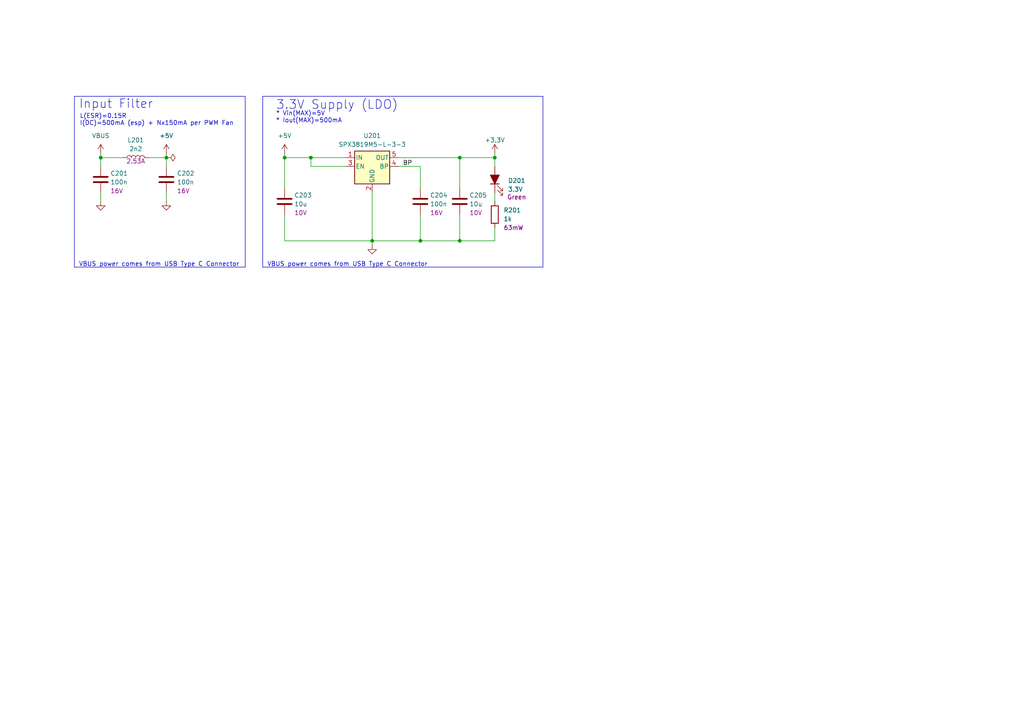
<source format=kicad_sch>
(kicad_sch
	(version 20250114)
	(generator "eeschema")
	(generator_version "9.0")
	(uuid "79a19d85-fdd7-420e-8a86-efb4f71025fa")
	(paper "A4")
	(title_block
		(title "Radiator Booster")
		(date "2025-03-08")
		(rev "0.2")
		(company "LP")
	)
	(lib_symbols
		(symbol "Device:C"
			(pin_numbers
				(hide yes)
			)
			(pin_names
				(offset 0.254)
			)
			(exclude_from_sim no)
			(in_bom yes)
			(on_board yes)
			(property "Reference" "C"
				(at 0.635 2.54 0)
				(effects
					(font
						(size 1.27 1.27)
					)
					(justify left)
				)
			)
			(property "Value" "C"
				(at 0.635 -2.54 0)
				(effects
					(font
						(size 1.27 1.27)
					)
					(justify left)
				)
			)
			(property "Footprint" ""
				(at 0.9652 -3.81 0)
				(effects
					(font
						(size 1.27 1.27)
					)
					(hide yes)
				)
			)
			(property "Datasheet" "~"
				(at 0 0 0)
				(effects
					(font
						(size 1.27 1.27)
					)
					(hide yes)
				)
			)
			(property "Description" "Unpolarized capacitor"
				(at 0 0 0)
				(effects
					(font
						(size 1.27 1.27)
					)
					(hide yes)
				)
			)
			(property "ki_keywords" "cap capacitor"
				(at 0 0 0)
				(effects
					(font
						(size 1.27 1.27)
					)
					(hide yes)
				)
			)
			(property "ki_fp_filters" "C_*"
				(at 0 0 0)
				(effects
					(font
						(size 1.27 1.27)
					)
					(hide yes)
				)
			)
			(symbol "C_0_1"
				(polyline
					(pts
						(xy -2.032 0.762) (xy 2.032 0.762)
					)
					(stroke
						(width 0.508)
						(type default)
					)
					(fill
						(type none)
					)
				)
				(polyline
					(pts
						(xy -2.032 -0.762) (xy 2.032 -0.762)
					)
					(stroke
						(width 0.508)
						(type default)
					)
					(fill
						(type none)
					)
				)
			)
			(symbol "C_1_1"
				(pin passive line
					(at 0 3.81 270)
					(length 2.794)
					(name "~"
						(effects
							(font
								(size 1.27 1.27)
							)
						)
					)
					(number "1"
						(effects
							(font
								(size 1.27 1.27)
							)
						)
					)
				)
				(pin passive line
					(at 0 -3.81 90)
					(length 2.794)
					(name "~"
						(effects
							(font
								(size 1.27 1.27)
							)
						)
					)
					(number "2"
						(effects
							(font
								(size 1.27 1.27)
							)
						)
					)
				)
			)
			(embedded_fonts no)
		)
		(symbol "Device:L"
			(pin_numbers
				(hide yes)
			)
			(pin_names
				(offset 1.016)
				(hide yes)
			)
			(exclude_from_sim no)
			(in_bom yes)
			(on_board yes)
			(property "Reference" "L"
				(at -1.27 0 90)
				(effects
					(font
						(size 1.27 1.27)
					)
				)
			)
			(property "Value" "L"
				(at 1.905 0 90)
				(effects
					(font
						(size 1.27 1.27)
					)
				)
			)
			(property "Footprint" ""
				(at 0 0 0)
				(effects
					(font
						(size 1.27 1.27)
					)
					(hide yes)
				)
			)
			(property "Datasheet" "~"
				(at 0 0 0)
				(effects
					(font
						(size 1.27 1.27)
					)
					(hide yes)
				)
			)
			(property "Description" "Inductor"
				(at 0 0 0)
				(effects
					(font
						(size 1.27 1.27)
					)
					(hide yes)
				)
			)
			(property "ki_keywords" "inductor choke coil reactor magnetic"
				(at 0 0 0)
				(effects
					(font
						(size 1.27 1.27)
					)
					(hide yes)
				)
			)
			(property "ki_fp_filters" "Choke_* *Coil* Inductor_* L_*"
				(at 0 0 0)
				(effects
					(font
						(size 1.27 1.27)
					)
					(hide yes)
				)
			)
			(symbol "L_0_1"
				(arc
					(start 0 2.54)
					(mid 0.6323 1.905)
					(end 0 1.27)
					(stroke
						(width 0)
						(type default)
					)
					(fill
						(type none)
					)
				)
				(arc
					(start 0 1.27)
					(mid 0.6323 0.635)
					(end 0 0)
					(stroke
						(width 0)
						(type default)
					)
					(fill
						(type none)
					)
				)
				(arc
					(start 0 0)
					(mid 0.6323 -0.635)
					(end 0 -1.27)
					(stroke
						(width 0)
						(type default)
					)
					(fill
						(type none)
					)
				)
				(arc
					(start 0 -1.27)
					(mid 0.6323 -1.905)
					(end 0 -2.54)
					(stroke
						(width 0)
						(type default)
					)
					(fill
						(type none)
					)
				)
			)
			(symbol "L_1_1"
				(pin passive line
					(at 0 3.81 270)
					(length 1.27)
					(name "1"
						(effects
							(font
								(size 1.27 1.27)
							)
						)
					)
					(number "1"
						(effects
							(font
								(size 1.27 1.27)
							)
						)
					)
				)
				(pin passive line
					(at 0 -3.81 90)
					(length 1.27)
					(name "2"
						(effects
							(font
								(size 1.27 1.27)
							)
						)
					)
					(number "2"
						(effects
							(font
								(size 1.27 1.27)
							)
						)
					)
				)
			)
			(embedded_fonts no)
		)
		(symbol "Device:LED_Filled"
			(pin_numbers
				(hide yes)
			)
			(pin_names
				(offset 1.016)
				(hide yes)
			)
			(exclude_from_sim no)
			(in_bom yes)
			(on_board yes)
			(property "Reference" "D"
				(at 0 2.54 0)
				(effects
					(font
						(size 1.27 1.27)
					)
				)
			)
			(property "Value" "LED_Filled"
				(at 0 -2.54 0)
				(effects
					(font
						(size 1.27 1.27)
					)
				)
			)
			(property "Footprint" ""
				(at 0 0 0)
				(effects
					(font
						(size 1.27 1.27)
					)
					(hide yes)
				)
			)
			(property "Datasheet" "~"
				(at 0 0 0)
				(effects
					(font
						(size 1.27 1.27)
					)
					(hide yes)
				)
			)
			(property "Description" "Light emitting diode, filled shape"
				(at 0 0 0)
				(effects
					(font
						(size 1.27 1.27)
					)
					(hide yes)
				)
			)
			(property "ki_keywords" "LED diode"
				(at 0 0 0)
				(effects
					(font
						(size 1.27 1.27)
					)
					(hide yes)
				)
			)
			(property "ki_fp_filters" "LED* LED_SMD:* LED_THT:*"
				(at 0 0 0)
				(effects
					(font
						(size 1.27 1.27)
					)
					(hide yes)
				)
			)
			(symbol "LED_Filled_0_1"
				(polyline
					(pts
						(xy -3.048 -0.762) (xy -4.572 -2.286) (xy -3.81 -2.286) (xy -4.572 -2.286) (xy -4.572 -1.524)
					)
					(stroke
						(width 0)
						(type default)
					)
					(fill
						(type none)
					)
				)
				(polyline
					(pts
						(xy -1.778 -0.762) (xy -3.302 -2.286) (xy -2.54 -2.286) (xy -3.302 -2.286) (xy -3.302 -1.524)
					)
					(stroke
						(width 0)
						(type default)
					)
					(fill
						(type none)
					)
				)
				(polyline
					(pts
						(xy -1.27 0) (xy 1.27 0)
					)
					(stroke
						(width 0)
						(type default)
					)
					(fill
						(type none)
					)
				)
				(polyline
					(pts
						(xy -1.27 -1.27) (xy -1.27 1.27)
					)
					(stroke
						(width 0.254)
						(type default)
					)
					(fill
						(type none)
					)
				)
				(polyline
					(pts
						(xy 1.27 -1.27) (xy 1.27 1.27) (xy -1.27 0) (xy 1.27 -1.27)
					)
					(stroke
						(width 0.254)
						(type default)
					)
					(fill
						(type outline)
					)
				)
			)
			(symbol "LED_Filled_1_1"
				(pin passive line
					(at -3.81 0 0)
					(length 2.54)
					(name "K"
						(effects
							(font
								(size 1.27 1.27)
							)
						)
					)
					(number "1"
						(effects
							(font
								(size 1.27 1.27)
							)
						)
					)
				)
				(pin passive line
					(at 3.81 0 180)
					(length 2.54)
					(name "A"
						(effects
							(font
								(size 1.27 1.27)
							)
						)
					)
					(number "2"
						(effects
							(font
								(size 1.27 1.27)
							)
						)
					)
				)
			)
			(embedded_fonts no)
		)
		(symbol "Device:R"
			(pin_numbers
				(hide yes)
			)
			(pin_names
				(offset 0)
			)
			(exclude_from_sim no)
			(in_bom yes)
			(on_board yes)
			(property "Reference" "R"
				(at 2.032 0 90)
				(effects
					(font
						(size 1.27 1.27)
					)
				)
			)
			(property "Value" "R"
				(at 0 0 90)
				(effects
					(font
						(size 1.27 1.27)
					)
				)
			)
			(property "Footprint" ""
				(at -1.778 0 90)
				(effects
					(font
						(size 1.27 1.27)
					)
					(hide yes)
				)
			)
			(property "Datasheet" "~"
				(at 0 0 0)
				(effects
					(font
						(size 1.27 1.27)
					)
					(hide yes)
				)
			)
			(property "Description" "Resistor"
				(at 0 0 0)
				(effects
					(font
						(size 1.27 1.27)
					)
					(hide yes)
				)
			)
			(property "ki_keywords" "R res resistor"
				(at 0 0 0)
				(effects
					(font
						(size 1.27 1.27)
					)
					(hide yes)
				)
			)
			(property "ki_fp_filters" "R_*"
				(at 0 0 0)
				(effects
					(font
						(size 1.27 1.27)
					)
					(hide yes)
				)
			)
			(symbol "R_0_1"
				(rectangle
					(start -1.016 -2.54)
					(end 1.016 2.54)
					(stroke
						(width 0.254)
						(type default)
					)
					(fill
						(type none)
					)
				)
			)
			(symbol "R_1_1"
				(pin passive line
					(at 0 3.81 270)
					(length 1.27)
					(name "~"
						(effects
							(font
								(size 1.27 1.27)
							)
						)
					)
					(number "1"
						(effects
							(font
								(size 1.27 1.27)
							)
						)
					)
				)
				(pin passive line
					(at 0 -3.81 90)
					(length 1.27)
					(name "~"
						(effects
							(font
								(size 1.27 1.27)
							)
						)
					)
					(number "2"
						(effects
							(font
								(size 1.27 1.27)
							)
						)
					)
				)
			)
			(embedded_fonts no)
		)
		(symbol "Regulator_Linear:SPX3819M5-L-3-3"
			(pin_names
				(offset 0.254)
			)
			(exclude_from_sim no)
			(in_bom yes)
			(on_board yes)
			(property "Reference" "U"
				(at -3.81 5.715 0)
				(effects
					(font
						(size 1.27 1.27)
					)
				)
			)
			(property "Value" "SPX3819M5-L-3-3"
				(at 0 5.715 0)
				(effects
					(font
						(size 1.27 1.27)
					)
					(justify left)
				)
			)
			(property "Footprint" "Package_TO_SOT_SMD:SOT-23-5"
				(at 0 8.255 0)
				(effects
					(font
						(size 1.27 1.27)
					)
					(hide yes)
				)
			)
			(property "Datasheet" "https://www.exar.com/content/document.ashx?id=22106&languageid=1033&type=Datasheet&partnumber=SPX3819&filename=SPX3819.pdf&part=SPX3819"
				(at 0 0 0)
				(effects
					(font
						(size 1.27 1.27)
					)
					(hide yes)
				)
			)
			(property "Description" "500mA Low drop-out regulator, Fixed Output 3.3V, SOT-23-5"
				(at 0 0 0)
				(effects
					(font
						(size 1.27 1.27)
					)
					(hide yes)
				)
			)
			(property "ki_keywords" "REGULATOR LDO 3.3V"
				(at 0 0 0)
				(effects
					(font
						(size 1.27 1.27)
					)
					(hide yes)
				)
			)
			(property "ki_fp_filters" "SOT?23*"
				(at 0 0 0)
				(effects
					(font
						(size 1.27 1.27)
					)
					(hide yes)
				)
			)
			(symbol "SPX3819M5-L-3-3_0_1"
				(rectangle
					(start -5.08 4.445)
					(end 5.08 -5.08)
					(stroke
						(width 0.254)
						(type default)
					)
					(fill
						(type background)
					)
				)
			)
			(symbol "SPX3819M5-L-3-3_1_1"
				(pin power_in line
					(at -7.62 2.54 0)
					(length 2.54)
					(name "IN"
						(effects
							(font
								(size 1.27 1.27)
							)
						)
					)
					(number "1"
						(effects
							(font
								(size 1.27 1.27)
							)
						)
					)
				)
				(pin input line
					(at -7.62 0 0)
					(length 2.54)
					(name "EN"
						(effects
							(font
								(size 1.27 1.27)
							)
						)
					)
					(number "3"
						(effects
							(font
								(size 1.27 1.27)
							)
						)
					)
				)
				(pin power_in line
					(at 0 -7.62 90)
					(length 2.54)
					(name "GND"
						(effects
							(font
								(size 1.27 1.27)
							)
						)
					)
					(number "2"
						(effects
							(font
								(size 1.27 1.27)
							)
						)
					)
				)
				(pin power_out line
					(at 7.62 2.54 180)
					(length 2.54)
					(name "OUT"
						(effects
							(font
								(size 1.27 1.27)
							)
						)
					)
					(number "5"
						(effects
							(font
								(size 1.27 1.27)
							)
						)
					)
				)
				(pin input line
					(at 7.62 0 180)
					(length 2.54)
					(name "BP"
						(effects
							(font
								(size 1.27 1.27)
							)
						)
					)
					(number "4"
						(effects
							(font
								(size 1.27 1.27)
							)
						)
					)
				)
			)
			(embedded_fonts no)
		)
		(symbol "power:+3.3V"
			(power)
			(pin_numbers
				(hide yes)
			)
			(pin_names
				(offset 0)
				(hide yes)
			)
			(exclude_from_sim no)
			(in_bom yes)
			(on_board yes)
			(property "Reference" "#PWR"
				(at 0 -3.81 0)
				(effects
					(font
						(size 1.27 1.27)
					)
					(hide yes)
				)
			)
			(property "Value" "+3.3V"
				(at 0 3.556 0)
				(effects
					(font
						(size 1.27 1.27)
					)
				)
			)
			(property "Footprint" ""
				(at 0 0 0)
				(effects
					(font
						(size 1.27 1.27)
					)
					(hide yes)
				)
			)
			(property "Datasheet" ""
				(at 0 0 0)
				(effects
					(font
						(size 1.27 1.27)
					)
					(hide yes)
				)
			)
			(property "Description" "Power symbol creates a global label with name \"+3.3V\""
				(at 0 0 0)
				(effects
					(font
						(size 1.27 1.27)
					)
					(hide yes)
				)
			)
			(property "ki_keywords" "global power"
				(at 0 0 0)
				(effects
					(font
						(size 1.27 1.27)
					)
					(hide yes)
				)
			)
			(symbol "+3.3V_0_1"
				(polyline
					(pts
						(xy -0.762 1.27) (xy 0 2.54)
					)
					(stroke
						(width 0)
						(type default)
					)
					(fill
						(type none)
					)
				)
				(polyline
					(pts
						(xy 0 2.54) (xy 0.762 1.27)
					)
					(stroke
						(width 0)
						(type default)
					)
					(fill
						(type none)
					)
				)
				(polyline
					(pts
						(xy 0 0) (xy 0 2.54)
					)
					(stroke
						(width 0)
						(type default)
					)
					(fill
						(type none)
					)
				)
			)
			(symbol "+3.3V_1_1"
				(pin power_in line
					(at 0 0 90)
					(length 0)
					(name "~"
						(effects
							(font
								(size 1.27 1.27)
							)
						)
					)
					(number "1"
						(effects
							(font
								(size 1.27 1.27)
							)
						)
					)
				)
			)
			(embedded_fonts no)
		)
		(symbol "power:+5V"
			(power)
			(pin_numbers
				(hide yes)
			)
			(pin_names
				(offset 0)
				(hide yes)
			)
			(exclude_from_sim no)
			(in_bom yes)
			(on_board yes)
			(property "Reference" "#PWR"
				(at 0 -3.81 0)
				(effects
					(font
						(size 1.27 1.27)
					)
					(hide yes)
				)
			)
			(property "Value" "+5V"
				(at 0 3.556 0)
				(effects
					(font
						(size 1.27 1.27)
					)
				)
			)
			(property "Footprint" ""
				(at 0 0 0)
				(effects
					(font
						(size 1.27 1.27)
					)
					(hide yes)
				)
			)
			(property "Datasheet" ""
				(at 0 0 0)
				(effects
					(font
						(size 1.27 1.27)
					)
					(hide yes)
				)
			)
			(property "Description" "Power symbol creates a global label with name \"+5V\""
				(at 0 0 0)
				(effects
					(font
						(size 1.27 1.27)
					)
					(hide yes)
				)
			)
			(property "ki_keywords" "global power"
				(at 0 0 0)
				(effects
					(font
						(size 1.27 1.27)
					)
					(hide yes)
				)
			)
			(symbol "+5V_0_1"
				(polyline
					(pts
						(xy -0.762 1.27) (xy 0 2.54)
					)
					(stroke
						(width 0)
						(type default)
					)
					(fill
						(type none)
					)
				)
				(polyline
					(pts
						(xy 0 2.54) (xy 0.762 1.27)
					)
					(stroke
						(width 0)
						(type default)
					)
					(fill
						(type none)
					)
				)
				(polyline
					(pts
						(xy 0 0) (xy 0 2.54)
					)
					(stroke
						(width 0)
						(type default)
					)
					(fill
						(type none)
					)
				)
			)
			(symbol "+5V_1_1"
				(pin power_in line
					(at 0 0 90)
					(length 0)
					(name "~"
						(effects
							(font
								(size 1.27 1.27)
							)
						)
					)
					(number "1"
						(effects
							(font
								(size 1.27 1.27)
							)
						)
					)
				)
			)
			(embedded_fonts no)
		)
		(symbol "power:GND"
			(power)
			(pin_numbers
				(hide yes)
			)
			(pin_names
				(offset 0)
				(hide yes)
			)
			(exclude_from_sim no)
			(in_bom yes)
			(on_board yes)
			(property "Reference" "#PWR"
				(at 0 -6.35 0)
				(effects
					(font
						(size 1.27 1.27)
					)
					(hide yes)
				)
			)
			(property "Value" "GND"
				(at 0 -3.81 0)
				(effects
					(font
						(size 1.27 1.27)
					)
				)
			)
			(property "Footprint" ""
				(at 0 0 0)
				(effects
					(font
						(size 1.27 1.27)
					)
					(hide yes)
				)
			)
			(property "Datasheet" ""
				(at 0 0 0)
				(effects
					(font
						(size 1.27 1.27)
					)
					(hide yes)
				)
			)
			(property "Description" "Power symbol creates a global label with name \"GND\" , ground"
				(at 0 0 0)
				(effects
					(font
						(size 1.27 1.27)
					)
					(hide yes)
				)
			)
			(property "ki_keywords" "global power"
				(at 0 0 0)
				(effects
					(font
						(size 1.27 1.27)
					)
					(hide yes)
				)
			)
			(symbol "GND_0_1"
				(polyline
					(pts
						(xy 0 0) (xy 0 -1.27) (xy 1.27 -1.27) (xy 0 -2.54) (xy -1.27 -1.27) (xy 0 -1.27)
					)
					(stroke
						(width 0)
						(type default)
					)
					(fill
						(type none)
					)
				)
			)
			(symbol "GND_1_1"
				(pin power_in line
					(at 0 0 270)
					(length 0)
					(name "~"
						(effects
							(font
								(size 1.27 1.27)
							)
						)
					)
					(number "1"
						(effects
							(font
								(size 1.27 1.27)
							)
						)
					)
				)
			)
			(embedded_fonts no)
		)
		(symbol "power:PWR_FLAG"
			(power)
			(pin_numbers
				(hide yes)
			)
			(pin_names
				(offset 0)
				(hide yes)
			)
			(exclude_from_sim no)
			(in_bom yes)
			(on_board yes)
			(property "Reference" "#FLG"
				(at 0 1.905 0)
				(effects
					(font
						(size 1.27 1.27)
					)
					(hide yes)
				)
			)
			(property "Value" "PWR_FLAG"
				(at 0 3.81 0)
				(effects
					(font
						(size 1.27 1.27)
					)
				)
			)
			(property "Footprint" ""
				(at 0 0 0)
				(effects
					(font
						(size 1.27 1.27)
					)
					(hide yes)
				)
			)
			(property "Datasheet" "~"
				(at 0 0 0)
				(effects
					(font
						(size 1.27 1.27)
					)
					(hide yes)
				)
			)
			(property "Description" "Special symbol for telling ERC where power comes from"
				(at 0 0 0)
				(effects
					(font
						(size 1.27 1.27)
					)
					(hide yes)
				)
			)
			(property "ki_keywords" "flag power"
				(at 0 0 0)
				(effects
					(font
						(size 1.27 1.27)
					)
					(hide yes)
				)
			)
			(symbol "PWR_FLAG_0_0"
				(pin power_out line
					(at 0 0 90)
					(length 0)
					(name "~"
						(effects
							(font
								(size 1.27 1.27)
							)
						)
					)
					(number "1"
						(effects
							(font
								(size 1.27 1.27)
							)
						)
					)
				)
			)
			(symbol "PWR_FLAG_0_1"
				(polyline
					(pts
						(xy 0 0) (xy 0 1.27) (xy -1.016 1.905) (xy 0 2.54) (xy 1.016 1.905) (xy 0 1.27)
					)
					(stroke
						(width 0)
						(type default)
					)
					(fill
						(type none)
					)
				)
			)
			(embedded_fonts no)
		)
		(symbol "power:VBUS"
			(power)
			(pin_numbers
				(hide yes)
			)
			(pin_names
				(offset 0)
				(hide yes)
			)
			(exclude_from_sim no)
			(in_bom yes)
			(on_board yes)
			(property "Reference" "#PWR"
				(at 0 -3.81 0)
				(effects
					(font
						(size 1.27 1.27)
					)
					(hide yes)
				)
			)
			(property "Value" "VBUS"
				(at 0 3.556 0)
				(effects
					(font
						(size 1.27 1.27)
					)
				)
			)
			(property "Footprint" ""
				(at 0 0 0)
				(effects
					(font
						(size 1.27 1.27)
					)
					(hide yes)
				)
			)
			(property "Datasheet" ""
				(at 0 0 0)
				(effects
					(font
						(size 1.27 1.27)
					)
					(hide yes)
				)
			)
			(property "Description" "Power symbol creates a global label with name \"VBUS\""
				(at 0 0 0)
				(effects
					(font
						(size 1.27 1.27)
					)
					(hide yes)
				)
			)
			(property "ki_keywords" "global power"
				(at 0 0 0)
				(effects
					(font
						(size 1.27 1.27)
					)
					(hide yes)
				)
			)
			(symbol "VBUS_0_1"
				(polyline
					(pts
						(xy -0.762 1.27) (xy 0 2.54)
					)
					(stroke
						(width 0)
						(type default)
					)
					(fill
						(type none)
					)
				)
				(polyline
					(pts
						(xy 0 2.54) (xy 0.762 1.27)
					)
					(stroke
						(width 0)
						(type default)
					)
					(fill
						(type none)
					)
				)
				(polyline
					(pts
						(xy 0 0) (xy 0 2.54)
					)
					(stroke
						(width 0)
						(type default)
					)
					(fill
						(type none)
					)
				)
			)
			(symbol "VBUS_1_1"
				(pin power_in line
					(at 0 0 90)
					(length 0)
					(name "~"
						(effects
							(font
								(size 1.27 1.27)
							)
						)
					)
					(number "1"
						(effects
							(font
								(size 1.27 1.27)
							)
						)
					)
				)
			)
			(embedded_fonts no)
		)
	)
	(text "Input Filter"
		(exclude_from_sim no)
		(at 22.86 31.75 0)
		(effects
			(font
				(size 2.54 2.54)
			)
			(justify left bottom)
		)
		(uuid "3beba96a-ff95-4699-a339-78df69f01574")
	)
	(text "* Vin(MAX)=5V\n* Iout(MAX)=500mA"
		(exclude_from_sim no)
		(at 80.01 35.814 0)
		(effects
			(font
				(size 1.27 1.27)
			)
			(justify left bottom)
		)
		(uuid "4cbee6e2-5cbb-4fa4-9ce8-3bd30e231807")
	)
	(text "VBUS power comes from USB Type C Connector\n"
		(exclude_from_sim no)
		(at 22.86 77.47 0)
		(effects
			(font
				(size 1.27 1.27)
			)
			(justify left bottom)
		)
		(uuid "85a75512-b1bb-41e0-be20-c3621487847a")
	)
	(text "L(ESR)=0.15R\nI(DC)=500mA (esp) + Nx150mA per PWM Fan"
		(exclude_from_sim no)
		(at 23.114 36.576 0)
		(effects
			(font
				(size 1.27 1.27)
			)
			(justify left bottom)
		)
		(uuid "c6e5a6f1-a2ca-4b18-9309-f4aedd3c154b")
	)
	(text "3.3V Supply (LDO)\n"
		(exclude_from_sim no)
		(at 80.01 32.004 0)
		(effects
			(font
				(size 2.54 2.54)
			)
			(justify left bottom)
		)
		(uuid "cb3a046a-7421-4674-b63e-784704af5ca7")
	)
	(text "VBUS power comes from USB Type C Connector\n"
		(exclude_from_sim no)
		(at 77.47 77.47 0)
		(effects
			(font
				(size 1.27 1.27)
			)
			(justify left bottom)
		)
		(uuid "f9b1162a-4b7a-4a91-9769-492ebf3991da")
	)
	(junction
		(at 82.55 45.72)
		(diameter 0)
		(color 0 0 0 0)
		(uuid "26250976-4b3d-4eaf-95a1-c2f40728af09")
	)
	(junction
		(at 29.21 45.72)
		(diameter 0)
		(color 0 0 0 0)
		(uuid "3c961862-48be-491d-aa5b-f26ef4a3337a")
	)
	(junction
		(at 121.92 69.85)
		(diameter 0)
		(color 0 0 0 0)
		(uuid "3cad75c4-8b57-444f-ae94-483d9bb7081c")
	)
	(junction
		(at 48.26 45.72)
		(diameter 0)
		(color 0 0 0 0)
		(uuid "57d4dd03-ec15-49d9-af91-cd2412082898")
	)
	(junction
		(at 143.51 45.72)
		(diameter 0)
		(color 0 0 0 0)
		(uuid "6f029bcd-c5dc-451f-b808-461b47ecc05b")
	)
	(junction
		(at 90.17 45.72)
		(diameter 0)
		(color 0 0 0 0)
		(uuid "90a3afa8-651d-420e-abfe-5ca5df285b7a")
	)
	(junction
		(at 133.35 69.85)
		(diameter 0)
		(color 0 0 0 0)
		(uuid "b4c317fb-9ba6-43ac-906c-956bac9099a2")
	)
	(junction
		(at 107.95 69.85)
		(diameter 0)
		(color 0 0 0 0)
		(uuid "e7cb2be1-43d0-44f5-a04a-07c193f85767")
	)
	(junction
		(at 133.35 45.72)
		(diameter 0)
		(color 0 0 0 0)
		(uuid "f2b49ac1-c1e8-4d07-9d5f-e60b7177eaf5")
	)
	(wire
		(pts
			(xy 29.21 45.72) (xy 35.56 45.72)
		)
		(stroke
			(width 0)
			(type default)
		)
		(uuid "010e78d1-52ca-4d05-8fb5-e5166b18ff60")
	)
	(wire
		(pts
			(xy 100.33 48.26) (xy 90.17 48.26)
		)
		(stroke
			(width 0)
			(type default)
		)
		(uuid "012b05cf-8512-4d15-a393-9acabf04f1ad")
	)
	(wire
		(pts
			(xy 48.26 45.72) (xy 48.26 48.26)
		)
		(stroke
			(width 0)
			(type default)
		)
		(uuid "146b2ea1-2ab5-4e72-82c7-d49e32d1c564")
	)
	(wire
		(pts
			(xy 107.95 69.85) (xy 107.95 71.12)
		)
		(stroke
			(width 0)
			(type default)
		)
		(uuid "1489dd0d-5e7d-4762-bccd-42a0af12544a")
	)
	(wire
		(pts
			(xy 82.55 45.72) (xy 82.55 54.61)
		)
		(stroke
			(width 0)
			(type default)
		)
		(uuid "16a8a6f3-2ecc-49cc-a4bc-e10201426096")
	)
	(wire
		(pts
			(xy 48.26 44.45) (xy 48.26 45.72)
		)
		(stroke
			(width 0)
			(type default)
		)
		(uuid "17fbc3bb-89c8-4c2a-a8ec-ac9da8f31432")
	)
	(polyline
		(pts
			(xy 71.12 77.47) (xy 71.12 27.94)
		)
		(stroke
			(width 0)
			(type default)
		)
		(uuid "184478a1-eeb7-4848-a43d-ed77dc4a8937")
	)
	(wire
		(pts
			(xy 29.21 48.26) (xy 29.21 45.72)
		)
		(stroke
			(width 0)
			(type default)
		)
		(uuid "2054f14d-f4b7-414a-8b36-efee600110b2")
	)
	(wire
		(pts
			(xy 121.92 62.23) (xy 121.92 69.85)
		)
		(stroke
			(width 0)
			(type default)
		)
		(uuid "265f2664-14c6-436a-b92f-e9c391b27787")
	)
	(wire
		(pts
			(xy 48.26 58.42) (xy 48.26 55.88)
		)
		(stroke
			(width 0)
			(type default)
		)
		(uuid "272cf5ff-1939-4537-b3c9-0c3bafe9c4a1")
	)
	(wire
		(pts
			(xy 143.51 45.72) (xy 143.51 48.26)
		)
		(stroke
			(width 0)
			(type default)
		)
		(uuid "27f6bf16-ee54-4940-b739-657d370c41f8")
	)
	(wire
		(pts
			(xy 82.55 69.85) (xy 107.95 69.85)
		)
		(stroke
			(width 0)
			(type default)
		)
		(uuid "2b243875-3882-49d3-8cd5-f8fedef3cbeb")
	)
	(wire
		(pts
			(xy 82.55 45.72) (xy 90.17 45.72)
		)
		(stroke
			(width 0)
			(type default)
		)
		(uuid "42cd76cf-0a08-4f1a-8125-75491c2710ff")
	)
	(polyline
		(pts
			(xy 21.59 27.94) (xy 21.59 77.47)
		)
		(stroke
			(width 0)
			(type default)
		)
		(uuid "4613efd2-838b-4678-9f81-feae7f708f96")
	)
	(wire
		(pts
			(xy 143.51 45.72) (xy 143.51 44.45)
		)
		(stroke
			(width 0)
			(type default)
		)
		(uuid "49b27605-1318-44fc-9182-50aaa03b3e63")
	)
	(polyline
		(pts
			(xy 157.48 27.94) (xy 76.2 27.94)
		)
		(stroke
			(width 0)
			(type default)
		)
		(uuid "4d3e7834-2471-4fb1-b327-dafe1c4a142a")
	)
	(wire
		(pts
			(xy 115.57 48.26) (xy 121.92 48.26)
		)
		(stroke
			(width 0)
			(type default)
		)
		(uuid "54b86af9-92d0-454d-bf54-8bdf8929c6ff")
	)
	(wire
		(pts
			(xy 90.17 48.26) (xy 90.17 45.72)
		)
		(stroke
			(width 0)
			(type default)
		)
		(uuid "5ac80b55-7585-4f9d-bd10-2413f5ee5d32")
	)
	(wire
		(pts
			(xy 133.35 45.72) (xy 143.51 45.72)
		)
		(stroke
			(width 0)
			(type default)
		)
		(uuid "6cc0457d-f78d-4290-92be-d8b2d9be63fe")
	)
	(wire
		(pts
			(xy 107.95 55.88) (xy 107.95 69.85)
		)
		(stroke
			(width 0)
			(type default)
		)
		(uuid "6fec7ddb-2886-4951-9fac-403b17667e10")
	)
	(polyline
		(pts
			(xy 76.2 27.94) (xy 76.2 77.47)
		)
		(stroke
			(width 0)
			(type default)
		)
		(uuid "7847b128-9c04-4222-9399-ff455075aa79")
	)
	(wire
		(pts
			(xy 133.35 54.61) (xy 133.35 45.72)
		)
		(stroke
			(width 0)
			(type default)
		)
		(uuid "7fd13bb9-3e27-4df3-bab5-d217891785e1")
	)
	(wire
		(pts
			(xy 29.21 55.88) (xy 29.21 58.42)
		)
		(stroke
			(width 0)
			(type default)
		)
		(uuid "882e0983-ac29-4e23-a7f7-7034ad2c7c74")
	)
	(polyline
		(pts
			(xy 113.03 77.47) (xy 157.48 77.47)
		)
		(stroke
			(width 0)
			(type default)
		)
		(uuid "89359a97-08b6-41de-80e9-add14bdac7b7")
	)
	(wire
		(pts
			(xy 133.35 69.85) (xy 143.51 69.85)
		)
		(stroke
			(width 0)
			(type default)
		)
		(uuid "90a3376c-e910-406e-abf3-7a2871ad458c")
	)
	(wire
		(pts
			(xy 43.18 45.72) (xy 48.26 45.72)
		)
		(stroke
			(width 0)
			(type default)
		)
		(uuid "a19601c2-e2fb-4ec6-af69-340245ae45f7")
	)
	(polyline
		(pts
			(xy 157.48 77.47) (xy 157.48 27.94)
		)
		(stroke
			(width 0)
			(type default)
		)
		(uuid "a87e5201-8adc-4f58-9d97-3aeb1e5b1263")
	)
	(polyline
		(pts
			(xy 21.59 27.94) (xy 71.12 27.94)
		)
		(stroke
			(width 0)
			(type default)
		)
		(uuid "afd051d2-17c9-46d1-bdcb-2860f3cb0814")
	)
	(polyline
		(pts
			(xy 114.3 27.94) (xy 114.3 27.94)
		)
		(stroke
			(width 0)
			(type default)
		)
		(uuid "b00eef33-b704-4408-94f0-74c1f01f4d19")
	)
	(polyline
		(pts
			(xy 76.2 77.47) (xy 113.03 77.47)
		)
		(stroke
			(width 0)
			(type default)
		)
		(uuid "b4a7e7dd-f523-4090-9485-ae562b965fc8")
	)
	(wire
		(pts
			(xy 143.51 55.88) (xy 143.51 58.42)
		)
		(stroke
			(width 0)
			(type default)
		)
		(uuid "b5c213f8-1cba-4648-b4d5-ed4d4c895a22")
	)
	(wire
		(pts
			(xy 107.95 69.85) (xy 121.92 69.85)
		)
		(stroke
			(width 0)
			(type default)
		)
		(uuid "b8e285d0-f71b-4927-96c4-75f0b7daa31e")
	)
	(wire
		(pts
			(xy 121.92 69.85) (xy 133.35 69.85)
		)
		(stroke
			(width 0)
			(type default)
		)
		(uuid "baf0f5bc-ec83-4dee-ae14-dde5664da7ee")
	)
	(wire
		(pts
			(xy 82.55 62.23) (xy 82.55 69.85)
		)
		(stroke
			(width 0)
			(type default)
		)
		(uuid "bc0c8bf0-4127-4b7a-b7d2-bf18e676a2b6")
	)
	(wire
		(pts
			(xy 82.55 44.45) (xy 82.55 45.72)
		)
		(stroke
			(width 0)
			(type default)
		)
		(uuid "bf715574-cc2d-45e0-96e9-03fafdb167c8")
	)
	(wire
		(pts
			(xy 133.35 62.23) (xy 133.35 69.85)
		)
		(stroke
			(width 0)
			(type default)
		)
		(uuid "bf994e76-3d88-424c-923b-04c494985b39")
	)
	(wire
		(pts
			(xy 29.21 44.45) (xy 29.21 45.72)
		)
		(stroke
			(width 0)
			(type default)
		)
		(uuid "c2b5bb72-d5c2-4d14-9fdb-3c26629eefb6")
	)
	(wire
		(pts
			(xy 115.57 45.72) (xy 133.35 45.72)
		)
		(stroke
			(width 0)
			(type default)
		)
		(uuid "c9484850-d613-440d-a68c-14d1f1e1f20f")
	)
	(wire
		(pts
			(xy 143.51 66.04) (xy 143.51 69.85)
		)
		(stroke
			(width 0)
			(type default)
		)
		(uuid "d70d0bc5-caee-4588-80ea-c6c98cd87cec")
	)
	(polyline
		(pts
			(xy 21.59 77.47) (xy 71.12 77.47)
		)
		(stroke
			(width 0)
			(type default)
		)
		(uuid "dd5e61d9-7534-4e97-acd6-e7b72ee4f64c")
	)
	(wire
		(pts
			(xy 121.92 48.26) (xy 121.92 54.61)
		)
		(stroke
			(width 0)
			(type default)
		)
		(uuid "e6f65b9f-c6cc-4078-93a9-7be048ea3bc8")
	)
	(wire
		(pts
			(xy 90.17 45.72) (xy 100.33 45.72)
		)
		(stroke
			(width 0)
			(type default)
		)
		(uuid "fb40208e-1886-4182-bfda-6c0099175cc9")
	)
	(label "BP"
		(at 116.84 48.26 0)
		(effects
			(font
				(size 1.27 1.27)
			)
			(justify left bottom)
		)
		(uuid "a78e87f7-0376-43f1-9b84-4322109a0eac")
	)
	(symbol
		(lib_id "power:PWR_FLAG")
		(at 48.26 45.72 270)
		(unit 1)
		(exclude_from_sim no)
		(in_bom yes)
		(on_board yes)
		(dnp no)
		(uuid "0a7ebf96-50a0-4bd8-9e57-01e15813678d")
		(property "Reference" "#FLG0201"
			(at 50.165 45.72 0)
			(effects
				(font
					(size 1.27 1.27)
				)
				(hide yes)
			)
		)
		(property "Value" "PWR_FLAG"
			(at 50.3215 39.8066 0)
			(effects
				(font
					(size 1.27 1.27)
				)
				(hide yes)
			)
		)
		(property "Footprint" ""
			(at 48.26 45.72 0)
			(effects
				(font
					(size 1.27 1.27)
				)
				(hide yes)
			)
		)
		(property "Datasheet" "~"
			(at 48.26 45.72 0)
			(effects
				(font
					(size 1.27 1.27)
				)
				(hide yes)
			)
		)
		(property "Description" ""
			(at 48.26 45.72 0)
			(effects
				(font
					(size 1.27 1.27)
				)
				(hide yes)
			)
		)
		(pin "1"
			(uuid "761523a6-2bf8-4873-b262-81bba3065efc")
		)
		(instances
			(project "radiator_booster"
				(path "/af3170cb-38e8-4f1f-8d67-3c2d4410beea/fecdb092-b7ca-4666-9ea8-572c2446285e"
					(reference "#FLG0201")
					(unit 1)
				)
			)
		)
	)
	(symbol
		(lib_id "power:GND")
		(at 107.95 71.12 0)
		(unit 1)
		(exclude_from_sim no)
		(in_bom yes)
		(on_board yes)
		(dnp no)
		(fields_autoplaced yes)
		(uuid "41cde797-4075-4937-9ebc-064494c22b1d")
		(property "Reference" "#PWR0204"
			(at 107.95 77.47 0)
			(effects
				(font
					(size 1.27 1.27)
				)
				(hide yes)
			)
		)
		(property "Value" "GND"
			(at 107.95 76.2 0)
			(effects
				(font
					(size 1.27 1.27)
				)
				(hide yes)
			)
		)
		(property "Footprint" ""
			(at 107.95 71.12 0)
			(effects
				(font
					(size 1.27 1.27)
				)
				(hide yes)
			)
		)
		(property "Datasheet" ""
			(at 107.95 71.12 0)
			(effects
				(font
					(size 1.27 1.27)
				)
				(hide yes)
			)
		)
		(property "Description" "Power symbol creates a global label with name \"GND\" , ground"
			(at 107.95 71.12 0)
			(effects
				(font
					(size 1.27 1.27)
				)
				(hide yes)
			)
		)
		(pin "1"
			(uuid "d4edcb3f-927b-4813-ad38-3b51dde0c1bf")
		)
		(instances
			(project "radiator_booster"
				(path "/af3170cb-38e8-4f1f-8d67-3c2d4410beea/fecdb092-b7ca-4666-9ea8-572c2446285e"
					(reference "#PWR0204")
					(unit 1)
				)
			)
		)
	)
	(symbol
		(lib_id "power:+3.3V")
		(at 143.51 44.45 0)
		(unit 1)
		(exclude_from_sim no)
		(in_bom yes)
		(on_board yes)
		(dnp no)
		(uuid "4cbdaa53-ebf3-4acb-ad33-2983d98a0190")
		(property "Reference" "#PWR0205"
			(at 143.51 48.26 0)
			(effects
				(font
					(size 1.27 1.27)
				)
				(hide yes)
			)
		)
		(property "Value" "+3.3V"
			(at 143.51 40.64 0)
			(effects
				(font
					(size 1.27 1.27)
				)
			)
		)
		(property "Footprint" ""
			(at 143.51 44.45 0)
			(effects
				(font
					(size 1.27 1.27)
				)
				(hide yes)
			)
		)
		(property "Datasheet" ""
			(at 143.51 44.45 0)
			(effects
				(font
					(size 1.27 1.27)
				)
				(hide yes)
			)
		)
		(property "Description" "Power symbol creates a global label with name \"+3.3V\""
			(at 143.51 44.45 0)
			(effects
				(font
					(size 1.27 1.27)
				)
				(hide yes)
			)
		)
		(pin "1"
			(uuid "c7a13551-9099-4aa1-b671-8f21ed1ccc4d")
		)
		(instances
			(project "radiator_booster"
				(path "/af3170cb-38e8-4f1f-8d67-3c2d4410beea/fecdb092-b7ca-4666-9ea8-572c2446285e"
					(reference "#PWR0205")
					(unit 1)
				)
			)
		)
	)
	(symbol
		(lib_id "power:+5V")
		(at 48.26 44.45 0)
		(unit 1)
		(exclude_from_sim no)
		(in_bom yes)
		(on_board yes)
		(dnp no)
		(fields_autoplaced yes)
		(uuid "6959b8fb-55a2-4a8a-92c5-5828e2e98c3f")
		(property "Reference" "#PWR0206"
			(at 48.26 48.26 0)
			(effects
				(font
					(size 1.27 1.27)
				)
				(hide yes)
			)
		)
		(property "Value" "+5V"
			(at 48.26 39.37 0)
			(effects
				(font
					(size 1.27 1.27)
				)
			)
		)
		(property "Footprint" ""
			(at 48.26 44.45 0)
			(effects
				(font
					(size 1.27 1.27)
				)
				(hide yes)
			)
		)
		(property "Datasheet" ""
			(at 48.26 44.45 0)
			(effects
				(font
					(size 1.27 1.27)
				)
				(hide yes)
			)
		)
		(property "Description" "Power symbol creates a global label with name \"+5V\""
			(at 48.26 44.45 0)
			(effects
				(font
					(size 1.27 1.27)
				)
				(hide yes)
			)
		)
		(pin "1"
			(uuid "f0b2ed44-0049-4816-be31-818edb42f2b0")
		)
		(instances
			(project "radiator_booster"
				(path "/af3170cb-38e8-4f1f-8d67-3c2d4410beea/fecdb092-b7ca-4666-9ea8-572c2446285e"
					(reference "#PWR0206")
					(unit 1)
				)
			)
		)
	)
	(symbol
		(lib_id "Device:C")
		(at 121.92 58.42 0)
		(unit 1)
		(exclude_from_sim no)
		(in_bom yes)
		(on_board yes)
		(dnp no)
		(uuid "6e2e959f-ca08-418a-8ebd-a14549bef63c")
		(property "Reference" "C204"
			(at 124.714 56.642 0)
			(effects
				(font
					(size 1.27 1.27)
				)
				(justify left)
			)
		)
		(property "Value" "100n"
			(at 124.714 59.182 0)
			(effects
				(font
					(size 1.27 1.27)
				)
				(justify left)
			)
		)
		(property "Footprint" "Capacitor_SMD:C_0402_1005Metric"
			(at 122.8852 62.23 0)
			(effects
				(font
					(size 1.27 1.27)
				)
				(hide yes)
			)
		)
		(property "Datasheet" "~"
			(at 121.92 58.42 0)
			(effects
				(font
					(size 1.27 1.27)
				)
				(hide yes)
			)
		)
		(property "Description" "Unpolarized capacitor"
			(at 121.92 58.42 0)
			(effects
				(font
					(size 1.27 1.27)
				)
				(hide yes)
			)
		)
		(property "MPN" "C1525"
			(at 121.92 58.42 0)
			(effects
				(font
					(size 1.27 1.27)
				)
				(hide yes)
			)
		)
		(property "Rating" "16V"
			(at 124.714 61.722 0)
			(effects
				(font
					(size 1.27 1.27)
				)
				(justify left)
			)
		)
		(pin "1"
			(uuid "7a542102-a24d-4857-b1ba-e69a0cdcb19c")
		)
		(pin "2"
			(uuid "d7db0955-8f9b-4943-865f-1b975788c7c6")
		)
		(instances
			(project "radiator_booster"
				(path "/af3170cb-38e8-4f1f-8d67-3c2d4410beea/fecdb092-b7ca-4666-9ea8-572c2446285e"
					(reference "C204")
					(unit 1)
				)
			)
		)
	)
	(symbol
		(lib_id "Device:C")
		(at 29.21 52.07 0)
		(unit 1)
		(exclude_from_sim no)
		(in_bom yes)
		(on_board yes)
		(dnp no)
		(uuid "75bc4b4e-7ec6-4aa6-bbf1-59e277d7321c")
		(property "Reference" "C201"
			(at 32.004 50.292 0)
			(effects
				(font
					(size 1.27 1.27)
				)
				(justify left)
			)
		)
		(property "Value" "100n"
			(at 32.004 52.832 0)
			(effects
				(font
					(size 1.27 1.27)
				)
				(justify left)
			)
		)
		(property "Footprint" "Capacitor_SMD:C_0402_1005Metric"
			(at 30.1752 55.88 0)
			(effects
				(font
					(size 1.27 1.27)
				)
				(hide yes)
			)
		)
		(property "Datasheet" "~"
			(at 29.21 52.07 0)
			(effects
				(font
					(size 1.27 1.27)
				)
				(hide yes)
			)
		)
		(property "Description" "Unpolarized capacitor"
			(at 29.21 52.07 0)
			(effects
				(font
					(size 1.27 1.27)
				)
				(hide yes)
			)
		)
		(property "MPN" "C1525"
			(at 29.21 52.07 0)
			(effects
				(font
					(size 1.27 1.27)
				)
				(hide yes)
			)
		)
		(property "Rating" "16V"
			(at 32.004 55.372 0)
			(effects
				(font
					(size 1.27 1.27)
				)
				(justify left)
			)
		)
		(pin "1"
			(uuid "765c1598-31ca-4ab1-8d79-686b7f068da4")
		)
		(pin "2"
			(uuid "acd81949-3a22-4617-a4ab-00095d092ef8")
		)
		(instances
			(project "radiator_booster"
				(path "/af3170cb-38e8-4f1f-8d67-3c2d4410beea/fecdb092-b7ca-4666-9ea8-572c2446285e"
					(reference "C201")
					(unit 1)
				)
			)
		)
	)
	(symbol
		(lib_id "Device:C")
		(at 133.35 58.42 0)
		(unit 1)
		(exclude_from_sim no)
		(in_bom yes)
		(on_board yes)
		(dnp no)
		(uuid "7d089fe3-44e3-4874-aa4a-ab309b80d6de")
		(property "Reference" "C205"
			(at 136.144 56.642 0)
			(effects
				(font
					(size 1.27 1.27)
				)
				(justify left)
			)
		)
		(property "Value" "10u"
			(at 136.144 59.182 0)
			(effects
				(font
					(size 1.27 1.27)
				)
				(justify left)
			)
		)
		(property "Footprint" "Capacitor_SMD:C_0603_1608Metric"
			(at 134.3152 62.23 0)
			(effects
				(font
					(size 1.27 1.27)
				)
				(hide yes)
			)
		)
		(property "Datasheet" "~"
			(at 133.35 58.42 0)
			(effects
				(font
					(size 1.27 1.27)
				)
				(hide yes)
			)
		)
		(property "Description" "Unpolarized capacitor"
			(at 133.35 58.42 0)
			(effects
				(font
					(size 1.27 1.27)
				)
				(hide yes)
			)
		)
		(property "MPN" "C19702"
			(at 133.35 58.42 0)
			(effects
				(font
					(size 1.27 1.27)
				)
				(hide yes)
			)
		)
		(property "Rating" "10V"
			(at 136.144 61.722 0)
			(effects
				(font
					(size 1.27 1.27)
				)
				(justify left)
			)
		)
		(pin "1"
			(uuid "bbe8131c-e513-4689-99d7-b2e5672f078b")
		)
		(pin "2"
			(uuid "290c1ae5-0b8b-4156-bc6f-0b02816f0c33")
		)
		(instances
			(project "radiator_booster"
				(path "/af3170cb-38e8-4f1f-8d67-3c2d4410beea/fecdb092-b7ca-4666-9ea8-572c2446285e"
					(reference "C205")
					(unit 1)
				)
			)
		)
	)
	(symbol
		(lib_id "power:VBUS")
		(at 29.21 44.45 0)
		(unit 1)
		(exclude_from_sim no)
		(in_bom yes)
		(on_board yes)
		(dnp no)
		(fields_autoplaced yes)
		(uuid "9347135c-dc18-4b5b-9ed0-f1e24ca9bceb")
		(property "Reference" "#PWR0202"
			(at 29.21 48.26 0)
			(effects
				(font
					(size 1.27 1.27)
				)
				(hide yes)
			)
		)
		(property "Value" "VBUS"
			(at 29.21 39.37 0)
			(effects
				(font
					(size 1.27 1.27)
				)
			)
		)
		(property "Footprint" ""
			(at 29.21 44.45 0)
			(effects
				(font
					(size 1.27 1.27)
				)
				(hide yes)
			)
		)
		(property "Datasheet" ""
			(at 29.21 44.45 0)
			(effects
				(font
					(size 1.27 1.27)
				)
				(hide yes)
			)
		)
		(property "Description" ""
			(at 29.21 44.45 0)
			(effects
				(font
					(size 1.27 1.27)
				)
				(hide yes)
			)
		)
		(pin "1"
			(uuid "395453a9-1f00-4c60-96b7-37dfa824f87e")
		)
		(instances
			(project "radiator_booster"
				(path "/af3170cb-38e8-4f1f-8d67-3c2d4410beea/fecdb092-b7ca-4666-9ea8-572c2446285e"
					(reference "#PWR0202")
					(unit 1)
				)
			)
		)
	)
	(symbol
		(lib_id "power:VBUS")
		(at 82.55 44.45 0)
		(unit 1)
		(exclude_from_sim no)
		(in_bom yes)
		(on_board yes)
		(dnp no)
		(fields_autoplaced yes)
		(uuid "93b6ddea-cfba-4822-8289-5faa30894b36")
		(property "Reference" "#PWR0201"
			(at 82.55 48.26 0)
			(effects
				(font
					(size 1.27 1.27)
				)
				(hide yes)
			)
		)
		(property "Value" "+5V"
			(at 82.55 39.37 0)
			(effects
				(font
					(size 1.27 1.27)
				)
			)
		)
		(property "Footprint" ""
			(at 82.55 44.45 0)
			(effects
				(font
					(size 1.27 1.27)
				)
				(hide yes)
			)
		)
		(property "Datasheet" ""
			(at 82.55 44.45 0)
			(effects
				(font
					(size 1.27 1.27)
				)
				(hide yes)
			)
		)
		(property "Description" "Power symbol creates a global label with name \"VBUS\""
			(at 82.55 44.45 0)
			(effects
				(font
					(size 1.27 1.27)
				)
				(hide yes)
			)
		)
		(pin "1"
			(uuid "c48e445f-84af-4404-90c8-7b4528603b77")
		)
		(instances
			(project "radiator_booster"
				(path "/af3170cb-38e8-4f1f-8d67-3c2d4410beea/fecdb092-b7ca-4666-9ea8-572c2446285e"
					(reference "#PWR0201")
					(unit 1)
				)
			)
		)
	)
	(symbol
		(lib_id "Device:L")
		(at 39.37 45.72 90)
		(unit 1)
		(exclude_from_sim no)
		(in_bom yes)
		(on_board yes)
		(dnp no)
		(uuid "982b00e1-ac51-4b67-872e-0c4180041f4e")
		(property "Reference" "L201"
			(at 39.37 40.64 90)
			(effects
				(font
					(size 1.27 1.27)
				)
			)
		)
		(property "Value" "2n2"
			(at 39.37 43.18 90)
			(effects
				(font
					(size 1.27 1.27)
				)
			)
		)
		(property "Footprint" "Inductor_SMD:L_0402_1005Metric"
			(at 39.37 45.72 0)
			(effects
				(font
					(size 1.27 1.27)
				)
				(hide yes)
			)
		)
		(property "Datasheet" "~"
			(at 39.37 45.72 0)
			(effects
				(font
					(size 1.27 1.27)
				)
				(hide yes)
			)
		)
		(property "Description" "Inductor"
			(at 39.37 45.72 0)
			(effects
				(font
					(size 1.27 1.27)
				)
				(hide yes)
			)
		)
		(property "Rating" "2.53A"
			(at 39.37 46.736 90)
			(effects
				(font
					(size 1.27 1.27)
				)
			)
		)
		(property "MPN" "C412264"
			(at 39.37 45.72 0)
			(effects
				(font
					(size 1.27 1.27)
				)
				(hide yes)
			)
		)
		(pin "1"
			(uuid "14c7cf44-11fe-4806-89a0-65a6f8e0b6e3")
		)
		(pin "2"
			(uuid "9dc5dad5-f8ea-49c4-9855-301304bbd15b")
		)
		(instances
			(project "radiator_booster"
				(path "/af3170cb-38e8-4f1f-8d67-3c2d4410beea/fecdb092-b7ca-4666-9ea8-572c2446285e"
					(reference "L201")
					(unit 1)
				)
			)
		)
	)
	(symbol
		(lib_id "Device:C")
		(at 48.26 52.07 0)
		(unit 1)
		(exclude_from_sim no)
		(in_bom yes)
		(on_board yes)
		(dnp no)
		(uuid "bebcbce4-1a65-4034-a555-9d21f4ac4d10")
		(property "Reference" "C202"
			(at 51.308 50.292 0)
			(effects
				(font
					(size 1.27 1.27)
				)
				(justify left)
			)
		)
		(property "Value" "100n"
			(at 51.308 52.832 0)
			(effects
				(font
					(size 1.27 1.27)
				)
				(justify left)
			)
		)
		(property "Footprint" "Capacitor_SMD:C_0402_1005Metric"
			(at 49.2252 55.88 0)
			(effects
				(font
					(size 1.27 1.27)
				)
				(hide yes)
			)
		)
		(property "Datasheet" "~"
			(at 48.26 52.07 0)
			(effects
				(font
					(size 1.27 1.27)
				)
				(hide yes)
			)
		)
		(property "Description" "Unpolarized capacitor"
			(at 48.26 52.07 0)
			(effects
				(font
					(size 1.27 1.27)
				)
				(hide yes)
			)
		)
		(property "MPN" "C1525"
			(at 48.26 52.07 0)
			(effects
				(font
					(size 1.27 1.27)
				)
				(hide yes)
			)
		)
		(property "Rating" "16V"
			(at 51.308 55.372 0)
			(effects
				(font
					(size 1.27 1.27)
				)
				(justify left)
			)
		)
		(pin "1"
			(uuid "8683bbc1-22cf-49c4-b35a-b1968795291f")
		)
		(pin "2"
			(uuid "67c59190-8ee2-43c3-b6e4-96053249295a")
		)
		(instances
			(project "radiator_booster"
				(path "/af3170cb-38e8-4f1f-8d67-3c2d4410beea/fecdb092-b7ca-4666-9ea8-572c2446285e"
					(reference "C202")
					(unit 1)
				)
			)
		)
	)
	(symbol
		(lib_id "power:GND")
		(at 48.26 58.42 0)
		(unit 1)
		(exclude_from_sim no)
		(in_bom yes)
		(on_board yes)
		(dnp no)
		(fields_autoplaced yes)
		(uuid "c14e210c-7eaa-4870-95b1-5f4f3d9390fb")
		(property "Reference" "#PWR0207"
			(at 48.26 64.77 0)
			(effects
				(font
					(size 1.27 1.27)
				)
				(hide yes)
			)
		)
		(property "Value" "GND"
			(at 48.26 63.5 0)
			(effects
				(font
					(size 1.27 1.27)
				)
				(hide yes)
			)
		)
		(property "Footprint" ""
			(at 48.26 58.42 0)
			(effects
				(font
					(size 1.27 1.27)
				)
				(hide yes)
			)
		)
		(property "Datasheet" ""
			(at 48.26 58.42 0)
			(effects
				(font
					(size 1.27 1.27)
				)
				(hide yes)
			)
		)
		(property "Description" ""
			(at 48.26 58.42 0)
			(effects
				(font
					(size 1.27 1.27)
				)
				(hide yes)
			)
		)
		(pin "1"
			(uuid "56b153af-d041-459e-aa7d-5049d8aad365")
		)
		(instances
			(project "radiator_booster"
				(path "/af3170cb-38e8-4f1f-8d67-3c2d4410beea/fecdb092-b7ca-4666-9ea8-572c2446285e"
					(reference "#PWR0207")
					(unit 1)
				)
			)
		)
	)
	(symbol
		(lib_id "power:GND")
		(at 29.21 58.42 0)
		(unit 1)
		(exclude_from_sim no)
		(in_bom yes)
		(on_board yes)
		(dnp no)
		(fields_autoplaced yes)
		(uuid "e122f442-4b44-4c98-9e61-8ca22bb4d3d0")
		(property "Reference" "#PWR0203"
			(at 29.21 64.77 0)
			(effects
				(font
					(size 1.27 1.27)
				)
				(hide yes)
			)
		)
		(property "Value" "GND"
			(at 29.21 63.5 0)
			(effects
				(font
					(size 1.27 1.27)
				)
				(hide yes)
			)
		)
		(property "Footprint" ""
			(at 29.21 58.42 0)
			(effects
				(font
					(size 1.27 1.27)
				)
				(hide yes)
			)
		)
		(property "Datasheet" ""
			(at 29.21 58.42 0)
			(effects
				(font
					(size 1.27 1.27)
				)
				(hide yes)
			)
		)
		(property "Description" ""
			(at 29.21 58.42 0)
			(effects
				(font
					(size 1.27 1.27)
				)
				(hide yes)
			)
		)
		(pin "1"
			(uuid "f5e196cf-2bc4-4638-a1c2-2b2d87683dcf")
		)
		(instances
			(project "radiator_booster"
				(path "/af3170cb-38e8-4f1f-8d67-3c2d4410beea/fecdb092-b7ca-4666-9ea8-572c2446285e"
					(reference "#PWR0203")
					(unit 1)
				)
			)
		)
	)
	(symbol
		(lib_id "Device:C")
		(at 82.55 58.42 0)
		(unit 1)
		(exclude_from_sim no)
		(in_bom yes)
		(on_board yes)
		(dnp no)
		(uuid "f63f1bed-aa6d-4118-b609-51b37c6eb498")
		(property "Reference" "C203"
			(at 85.344 56.642 0)
			(effects
				(font
					(size 1.27 1.27)
				)
				(justify left)
			)
		)
		(property "Value" "10u"
			(at 85.344 59.182 0)
			(effects
				(font
					(size 1.27 1.27)
				)
				(justify left)
			)
		)
		(property "Footprint" "Capacitor_SMD:C_0603_1608Metric"
			(at 83.5152 62.23 0)
			(effects
				(font
					(size 1.27 1.27)
				)
				(hide yes)
			)
		)
		(property "Datasheet" "~"
			(at 82.55 58.42 0)
			(effects
				(font
					(size 1.27 1.27)
				)
				(hide yes)
			)
		)
		(property "Description" "Unpolarized capacitor"
			(at 82.55 58.42 0)
			(effects
				(font
					(size 1.27 1.27)
				)
				(hide yes)
			)
		)
		(property "MPN" "C19702"
			(at 82.55 58.42 0)
			(effects
				(font
					(size 1.27 1.27)
				)
				(hide yes)
			)
		)
		(property "Rating" "10V"
			(at 85.344 61.722 0)
			(effects
				(font
					(size 1.27 1.27)
				)
				(justify left)
			)
		)
		(pin "1"
			(uuid "34ad8803-1584-428b-a867-a6008d82ca80")
		)
		(pin "2"
			(uuid "b6c4ed6c-1258-4575-bf24-a0d12a90a319")
		)
		(instances
			(project "radiator_booster"
				(path "/af3170cb-38e8-4f1f-8d67-3c2d4410beea/fecdb092-b7ca-4666-9ea8-572c2446285e"
					(reference "C203")
					(unit 1)
				)
			)
		)
	)
	(symbol
		(lib_id "Device:LED_Filled")
		(at 143.51 52.07 90)
		(unit 1)
		(exclude_from_sim no)
		(in_bom yes)
		(on_board yes)
		(dnp no)
		(uuid "f772d74c-a5cc-4991-b493-1840720a7509")
		(property "Reference" "D201"
			(at 147.32 52.3874 90)
			(effects
				(font
					(size 1.27 1.27)
				)
				(justify right)
			)
		)
		(property "Value" "3.3V"
			(at 147.32 54.9274 90)
			(effects
				(font
					(size 1.27 1.27)
				)
				(justify right)
			)
		)
		(property "Footprint" "LED_SMD:LED_0805_2012Metric"
			(at 143.51 52.07 0)
			(effects
				(font
					(size 1.27 1.27)
				)
				(hide yes)
			)
		)
		(property "Datasheet" "~"
			(at 143.51 52.07 0)
			(effects
				(font
					(size 1.27 1.27)
				)
				(hide yes)
			)
		)
		(property "Description" "Light emitting diode, filled shape"
			(at 143.51 52.07 0)
			(effects
				(font
					(size 1.27 1.27)
				)
				(hide yes)
			)
		)
		(property "Rating" "Green"
			(at 149.86 57.15 90)
			(effects
				(font
					(size 1.27 1.27)
				)
			)
		)
		(property "MPN" "C2297"
			(at 143.51 52.07 0)
			(effects
				(font
					(size 1.27 1.27)
				)
				(hide yes)
			)
		)
		(pin "1"
			(uuid "b4b4008c-5952-4ff5-95a3-dede5fb86c72")
		)
		(pin "2"
			(uuid "06fc1188-f37e-4155-974f-91d31525d8c0")
		)
		(instances
			(project "radiator_booster"
				(path "/af3170cb-38e8-4f1f-8d67-3c2d4410beea/fecdb092-b7ca-4666-9ea8-572c2446285e"
					(reference "D201")
					(unit 1)
				)
			)
		)
	)
	(symbol
		(lib_id "Regulator_Linear:SPX3819M5-L-3-3")
		(at 107.95 48.26 0)
		(unit 1)
		(exclude_from_sim no)
		(in_bom yes)
		(on_board yes)
		(dnp no)
		(fields_autoplaced yes)
		(uuid "f9d6b65f-807b-4bfa-b403-a0fb768912d8")
		(property "Reference" "U201"
			(at 107.95 39.37 0)
			(effects
				(font
					(size 1.27 1.27)
				)
			)
		)
		(property "Value" "SPX3819M5-L-3-3"
			(at 107.95 41.91 0)
			(effects
				(font
					(size 1.27 1.27)
				)
			)
		)
		(property "Footprint" "Package_TO_SOT_SMD:SOT-23-5"
			(at 107.95 40.005 0)
			(effects
				(font
					(size 1.27 1.27)
				)
				(hide yes)
			)
		)
		(property "Datasheet" "https://www.exar.com/content/document.ashx?id=22106&languageid=1033&type=Datasheet&partnumber=SPX3819&filename=SPX3819.pdf&part=SPX3819"
			(at 107.95 48.26 0)
			(effects
				(font
					(size 1.27 1.27)
				)
				(hide yes)
			)
		)
		(property "Description" "500mA Low drop-out regulator, Fixed Output 3.3V, SOT-23-5"
			(at 107.95 48.26 0)
			(effects
				(font
					(size 1.27 1.27)
				)
				(hide yes)
			)
		)
		(property "MPN" "C9055"
			(at 107.95 48.26 0)
			(effects
				(font
					(size 1.27 1.27)
				)
				(hide yes)
			)
		)
		(property "Rotation Offset" "90"
			(at 107.95 48.26 0)
			(effects
				(font
					(size 1.27 1.27)
				)
				(hide yes)
			)
		)
		(pin "4"
			(uuid "cec45b9a-c44c-4cd0-89fb-ac4d4f8950a3")
		)
		(pin "1"
			(uuid "906652ee-185b-413a-8be7-fe9279c70d5f")
		)
		(pin "3"
			(uuid "73b103f6-7198-4252-9e6c-af2e7d4e2215")
		)
		(pin "5"
			(uuid "d3d9cad7-8c43-4256-82fd-15d402a99033")
		)
		(pin "2"
			(uuid "6c0c49dc-73b1-42b9-b562-ceb7f46c6e40")
		)
		(instances
			(project ""
				(path "/af3170cb-38e8-4f1f-8d67-3c2d4410beea/fecdb092-b7ca-4666-9ea8-572c2446285e"
					(reference "U201")
					(unit 1)
				)
			)
		)
	)
	(symbol
		(lib_id "Device:R")
		(at 143.51 62.23 0)
		(unit 1)
		(exclude_from_sim no)
		(in_bom yes)
		(on_board yes)
		(dnp no)
		(uuid "ff6d8fc4-2c6e-432c-89b1-d523dc7c8391")
		(property "Reference" "R201"
			(at 146.05 60.9599 0)
			(effects
				(font
					(size 1.27 1.27)
				)
				(justify left)
			)
		)
		(property "Value" "1k"
			(at 146.05 63.4999 0)
			(effects
				(font
					(size 1.27 1.27)
				)
				(justify left)
			)
		)
		(property "Footprint" "Resistor_SMD:R_0402_1005Metric"
			(at 141.732 62.23 90)
			(effects
				(font
					(size 1.27 1.27)
				)
				(hide yes)
			)
		)
		(property "Datasheet" "~"
			(at 143.51 62.23 0)
			(effects
				(font
					(size 1.27 1.27)
				)
				(hide yes)
			)
		)
		(property "Description" "Resistor"
			(at 143.51 62.23 0)
			(effects
				(font
					(size 1.27 1.27)
				)
				(hide yes)
			)
		)
		(property "Rating" "63mW"
			(at 146.05 66.04 0)
			(effects
				(font
					(size 1.27 1.27)
				)
				(justify left)
			)
		)
		(property "MPN" "C11702"
			(at 143.51 62.23 0)
			(effects
				(font
					(size 1.27 1.27)
				)
				(hide yes)
			)
		)
		(pin "1"
			(uuid "30387cf4-0570-436b-94b4-4e5dc2d9c641")
		)
		(pin "2"
			(uuid "fed12b09-92e1-411a-b20c-66532cdd11aa")
		)
		(instances
			(project "radiator_booster"
				(path "/af3170cb-38e8-4f1f-8d67-3c2d4410beea/fecdb092-b7ca-4666-9ea8-572c2446285e"
					(reference "R201")
					(unit 1)
				)
			)
		)
	)
)

</source>
